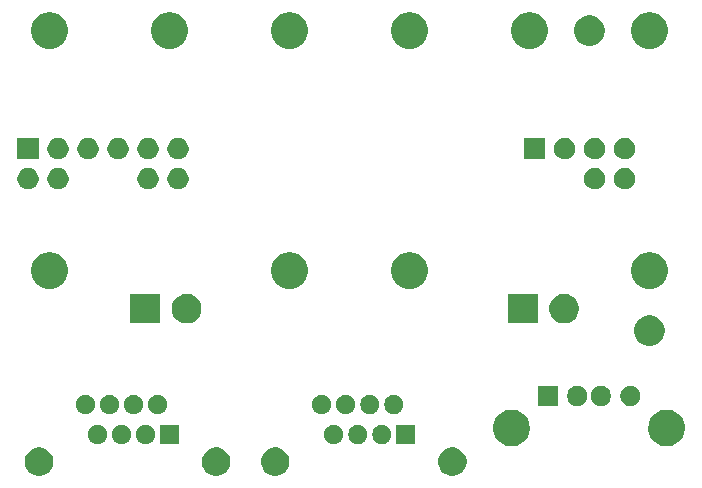
<source format=gbr>
G04 #@! TF.GenerationSoftware,KiCad,Pcbnew,5.1.5-52549c5~86~ubuntu18.04.1*
G04 #@! TF.CreationDate,2020-09-11T14:35:38-05:00*
G04 #@! TF.ProjectId,D01,4430312e-6b69-4636-9164-5f7063625858,rev?*
G04 #@! TF.SameCoordinates,Original*
G04 #@! TF.FileFunction,Soldermask,Top*
G04 #@! TF.FilePolarity,Negative*
%FSLAX46Y46*%
G04 Gerber Fmt 4.6, Leading zero omitted, Abs format (unit mm)*
G04 Created by KiCad (PCBNEW 5.1.5-52549c5~86~ubuntu18.04.1) date 2020-09-11 14:35:38*
%MOMM*%
%LPD*%
G04 APERTURE LIST*
%ADD10C,0.100000*%
G04 APERTURE END LIST*
D10*
G36*
X58280318Y-59145153D02*
G01*
X58498885Y-59235687D01*
X58498887Y-59235688D01*
X58695593Y-59367122D01*
X58862878Y-59534407D01*
X58994312Y-59731113D01*
X58994313Y-59731115D01*
X59084847Y-59949682D01*
X59131000Y-60181710D01*
X59131000Y-60418290D01*
X59084847Y-60650318D01*
X58994313Y-60868885D01*
X58994312Y-60868887D01*
X58862878Y-61065593D01*
X58695593Y-61232878D01*
X58498887Y-61364312D01*
X58498886Y-61364313D01*
X58498885Y-61364313D01*
X58280318Y-61454847D01*
X58048290Y-61501000D01*
X57811710Y-61501000D01*
X57579682Y-61454847D01*
X57361115Y-61364313D01*
X57361114Y-61364313D01*
X57361113Y-61364312D01*
X57164407Y-61232878D01*
X56997122Y-61065593D01*
X56865688Y-60868887D01*
X56865687Y-60868885D01*
X56775153Y-60650318D01*
X56729000Y-60418290D01*
X56729000Y-60181710D01*
X56775153Y-59949682D01*
X56865687Y-59731115D01*
X56865688Y-59731113D01*
X56997122Y-59534407D01*
X57164407Y-59367122D01*
X57361113Y-59235688D01*
X57361115Y-59235687D01*
X57579682Y-59145153D01*
X57811710Y-59099000D01*
X58048290Y-59099000D01*
X58280318Y-59145153D01*
G37*
G36*
X43280318Y-59145153D02*
G01*
X43498885Y-59235687D01*
X43498887Y-59235688D01*
X43695593Y-59367122D01*
X43862878Y-59534407D01*
X43994312Y-59731113D01*
X43994313Y-59731115D01*
X44084847Y-59949682D01*
X44131000Y-60181710D01*
X44131000Y-60418290D01*
X44084847Y-60650318D01*
X43994313Y-60868885D01*
X43994312Y-60868887D01*
X43862878Y-61065593D01*
X43695593Y-61232878D01*
X43498887Y-61364312D01*
X43498886Y-61364313D01*
X43498885Y-61364313D01*
X43280318Y-61454847D01*
X43048290Y-61501000D01*
X42811710Y-61501000D01*
X42579682Y-61454847D01*
X42361115Y-61364313D01*
X42361114Y-61364313D01*
X42361113Y-61364312D01*
X42164407Y-61232878D01*
X41997122Y-61065593D01*
X41865688Y-60868887D01*
X41865687Y-60868885D01*
X41775153Y-60650318D01*
X41729000Y-60418290D01*
X41729000Y-60181710D01*
X41775153Y-59949682D01*
X41865687Y-59731115D01*
X41865688Y-59731113D01*
X41997122Y-59534407D01*
X42164407Y-59367122D01*
X42361113Y-59235688D01*
X42361115Y-59235687D01*
X42579682Y-59145153D01*
X42811710Y-59099000D01*
X43048290Y-59099000D01*
X43280318Y-59145153D01*
G37*
G36*
X38280318Y-59145153D02*
G01*
X38498885Y-59235687D01*
X38498887Y-59235688D01*
X38695593Y-59367122D01*
X38862878Y-59534407D01*
X38994312Y-59731113D01*
X38994313Y-59731115D01*
X39084847Y-59949682D01*
X39131000Y-60181710D01*
X39131000Y-60418290D01*
X39084847Y-60650318D01*
X38994313Y-60868885D01*
X38994312Y-60868887D01*
X38862878Y-61065593D01*
X38695593Y-61232878D01*
X38498887Y-61364312D01*
X38498886Y-61364313D01*
X38498885Y-61364313D01*
X38280318Y-61454847D01*
X38048290Y-61501000D01*
X37811710Y-61501000D01*
X37579682Y-61454847D01*
X37361115Y-61364313D01*
X37361114Y-61364313D01*
X37361113Y-61364312D01*
X37164407Y-61232878D01*
X36997122Y-61065593D01*
X36865688Y-60868887D01*
X36865687Y-60868885D01*
X36775153Y-60650318D01*
X36729000Y-60418290D01*
X36729000Y-60181710D01*
X36775153Y-59949682D01*
X36865687Y-59731115D01*
X36865688Y-59731113D01*
X36997122Y-59534407D01*
X37164407Y-59367122D01*
X37361113Y-59235688D01*
X37361115Y-59235687D01*
X37579682Y-59145153D01*
X37811710Y-59099000D01*
X38048290Y-59099000D01*
X38280318Y-59145153D01*
G37*
G36*
X23280318Y-59145153D02*
G01*
X23498885Y-59235687D01*
X23498887Y-59235688D01*
X23695593Y-59367122D01*
X23862878Y-59534407D01*
X23994312Y-59731113D01*
X23994313Y-59731115D01*
X24084847Y-59949682D01*
X24131000Y-60181710D01*
X24131000Y-60418290D01*
X24084847Y-60650318D01*
X23994313Y-60868885D01*
X23994312Y-60868887D01*
X23862878Y-61065593D01*
X23695593Y-61232878D01*
X23498887Y-61364312D01*
X23498886Y-61364313D01*
X23498885Y-61364313D01*
X23280318Y-61454847D01*
X23048290Y-61501000D01*
X22811710Y-61501000D01*
X22579682Y-61454847D01*
X22361115Y-61364313D01*
X22361114Y-61364313D01*
X22361113Y-61364312D01*
X22164407Y-61232878D01*
X21997122Y-61065593D01*
X21865688Y-60868887D01*
X21865687Y-60868885D01*
X21775153Y-60650318D01*
X21729000Y-60418290D01*
X21729000Y-60181710D01*
X21775153Y-59949682D01*
X21865687Y-59731115D01*
X21865688Y-59731113D01*
X21997122Y-59534407D01*
X22164407Y-59367122D01*
X22361113Y-59235688D01*
X22361115Y-59235687D01*
X22579682Y-59145153D01*
X22811710Y-59099000D01*
X23048290Y-59099000D01*
X23280318Y-59145153D01*
G37*
G36*
X63232585Y-55925802D02*
G01*
X63382410Y-55955604D01*
X63664674Y-56072521D01*
X63918705Y-56242259D01*
X64134741Y-56458295D01*
X64304479Y-56712326D01*
X64421396Y-56994590D01*
X64421396Y-56994591D01*
X64460067Y-57189000D01*
X64481000Y-57294240D01*
X64481000Y-57599760D01*
X64421396Y-57899410D01*
X64304479Y-58181674D01*
X64134741Y-58435705D01*
X63918705Y-58651741D01*
X63664674Y-58821479D01*
X63382410Y-58938396D01*
X63232585Y-58968198D01*
X63082761Y-58998000D01*
X62777239Y-58998000D01*
X62627415Y-58968198D01*
X62477590Y-58938396D01*
X62195326Y-58821479D01*
X61941295Y-58651741D01*
X61725259Y-58435705D01*
X61555521Y-58181674D01*
X61438604Y-57899410D01*
X61379000Y-57599760D01*
X61379000Y-57294240D01*
X61399934Y-57189000D01*
X61438604Y-56994591D01*
X61438604Y-56994590D01*
X61555521Y-56712326D01*
X61725259Y-56458295D01*
X61941295Y-56242259D01*
X62195326Y-56072521D01*
X62477590Y-55955604D01*
X62627415Y-55925802D01*
X62777239Y-55896000D01*
X63082761Y-55896000D01*
X63232585Y-55925802D01*
G37*
G36*
X76372585Y-55925802D02*
G01*
X76522410Y-55955604D01*
X76804674Y-56072521D01*
X77058705Y-56242259D01*
X77274741Y-56458295D01*
X77444479Y-56712326D01*
X77561396Y-56994590D01*
X77561396Y-56994591D01*
X77600067Y-57189000D01*
X77621000Y-57294240D01*
X77621000Y-57599760D01*
X77561396Y-57899410D01*
X77444479Y-58181674D01*
X77274741Y-58435705D01*
X77058705Y-58651741D01*
X76804674Y-58821479D01*
X76522410Y-58938396D01*
X76372585Y-58968198D01*
X76222761Y-58998000D01*
X75917239Y-58998000D01*
X75767415Y-58968198D01*
X75617590Y-58938396D01*
X75335326Y-58821479D01*
X75081295Y-58651741D01*
X74865259Y-58435705D01*
X74695521Y-58181674D01*
X74578604Y-57899410D01*
X74519000Y-57599760D01*
X74519000Y-57294240D01*
X74539934Y-57189000D01*
X74578604Y-56994591D01*
X74578604Y-56994590D01*
X74695521Y-56712326D01*
X74865259Y-56458295D01*
X75081295Y-56242259D01*
X75335326Y-56072521D01*
X75617590Y-55955604D01*
X75767415Y-55925802D01*
X75917239Y-55896000D01*
X76222761Y-55896000D01*
X76372585Y-55925802D01*
G37*
G36*
X52196560Y-57220166D02*
G01*
X52344153Y-57281301D01*
X52476982Y-57370055D01*
X52589945Y-57483018D01*
X52667951Y-57599761D01*
X52678700Y-57615849D01*
X52739834Y-57763440D01*
X52771000Y-57920122D01*
X52771000Y-58079878D01*
X52739834Y-58236560D01*
X52678699Y-58384153D01*
X52589945Y-58516982D01*
X52476982Y-58629945D01*
X52344153Y-58718699D01*
X52344152Y-58718700D01*
X52344151Y-58718700D01*
X52196560Y-58779834D01*
X52039878Y-58811000D01*
X51880122Y-58811000D01*
X51723440Y-58779834D01*
X51575849Y-58718700D01*
X51575848Y-58718700D01*
X51575847Y-58718699D01*
X51443018Y-58629945D01*
X51330055Y-58516982D01*
X51241301Y-58384153D01*
X51180166Y-58236560D01*
X51149000Y-58079878D01*
X51149000Y-57920122D01*
X51180166Y-57763440D01*
X51241300Y-57615849D01*
X51252050Y-57599761D01*
X51330055Y-57483018D01*
X51443018Y-57370055D01*
X51575847Y-57281301D01*
X51723440Y-57220166D01*
X51880122Y-57189000D01*
X52039878Y-57189000D01*
X52196560Y-57220166D01*
G37*
G36*
X30156560Y-57220166D02*
G01*
X30304153Y-57281301D01*
X30436982Y-57370055D01*
X30549945Y-57483018D01*
X30627951Y-57599761D01*
X30638700Y-57615849D01*
X30699834Y-57763440D01*
X30731000Y-57920122D01*
X30731000Y-58079878D01*
X30699834Y-58236560D01*
X30638699Y-58384153D01*
X30549945Y-58516982D01*
X30436982Y-58629945D01*
X30304153Y-58718699D01*
X30304152Y-58718700D01*
X30304151Y-58718700D01*
X30156560Y-58779834D01*
X29999878Y-58811000D01*
X29840122Y-58811000D01*
X29683440Y-58779834D01*
X29535849Y-58718700D01*
X29535848Y-58718700D01*
X29535847Y-58718699D01*
X29403018Y-58629945D01*
X29290055Y-58516982D01*
X29201301Y-58384153D01*
X29140166Y-58236560D01*
X29109000Y-58079878D01*
X29109000Y-57920122D01*
X29140166Y-57763440D01*
X29201300Y-57615849D01*
X29212050Y-57599761D01*
X29290055Y-57483018D01*
X29403018Y-57370055D01*
X29535847Y-57281301D01*
X29683440Y-57220166D01*
X29840122Y-57189000D01*
X29999878Y-57189000D01*
X30156560Y-57220166D01*
G37*
G36*
X32196560Y-57220166D02*
G01*
X32344153Y-57281301D01*
X32476982Y-57370055D01*
X32589945Y-57483018D01*
X32667951Y-57599761D01*
X32678700Y-57615849D01*
X32739834Y-57763440D01*
X32771000Y-57920122D01*
X32771000Y-58079878D01*
X32739834Y-58236560D01*
X32678699Y-58384153D01*
X32589945Y-58516982D01*
X32476982Y-58629945D01*
X32344153Y-58718699D01*
X32344152Y-58718700D01*
X32344151Y-58718700D01*
X32196560Y-58779834D01*
X32039878Y-58811000D01*
X31880122Y-58811000D01*
X31723440Y-58779834D01*
X31575849Y-58718700D01*
X31575848Y-58718700D01*
X31575847Y-58718699D01*
X31443018Y-58629945D01*
X31330055Y-58516982D01*
X31241301Y-58384153D01*
X31180166Y-58236560D01*
X31149000Y-58079878D01*
X31149000Y-57920122D01*
X31180166Y-57763440D01*
X31241300Y-57615849D01*
X31252050Y-57599761D01*
X31330055Y-57483018D01*
X31443018Y-57370055D01*
X31575847Y-57281301D01*
X31723440Y-57220166D01*
X31880122Y-57189000D01*
X32039878Y-57189000D01*
X32196560Y-57220166D01*
G37*
G36*
X34811000Y-58811000D02*
G01*
X33189000Y-58811000D01*
X33189000Y-57189000D01*
X34811000Y-57189000D01*
X34811000Y-58811000D01*
G37*
G36*
X48116560Y-57220166D02*
G01*
X48264153Y-57281301D01*
X48396982Y-57370055D01*
X48509945Y-57483018D01*
X48587951Y-57599761D01*
X48598700Y-57615849D01*
X48659834Y-57763440D01*
X48691000Y-57920122D01*
X48691000Y-58079878D01*
X48659834Y-58236560D01*
X48598699Y-58384153D01*
X48509945Y-58516982D01*
X48396982Y-58629945D01*
X48264153Y-58718699D01*
X48264152Y-58718700D01*
X48264151Y-58718700D01*
X48116560Y-58779834D01*
X47959878Y-58811000D01*
X47800122Y-58811000D01*
X47643440Y-58779834D01*
X47495849Y-58718700D01*
X47495848Y-58718700D01*
X47495847Y-58718699D01*
X47363018Y-58629945D01*
X47250055Y-58516982D01*
X47161301Y-58384153D01*
X47100166Y-58236560D01*
X47069000Y-58079878D01*
X47069000Y-57920122D01*
X47100166Y-57763440D01*
X47161300Y-57615849D01*
X47172050Y-57599761D01*
X47250055Y-57483018D01*
X47363018Y-57370055D01*
X47495847Y-57281301D01*
X47643440Y-57220166D01*
X47800122Y-57189000D01*
X47959878Y-57189000D01*
X48116560Y-57220166D01*
G37*
G36*
X54811000Y-58811000D02*
G01*
X53189000Y-58811000D01*
X53189000Y-57189000D01*
X54811000Y-57189000D01*
X54811000Y-58811000D01*
G37*
G36*
X28116560Y-57220166D02*
G01*
X28264153Y-57281301D01*
X28396982Y-57370055D01*
X28509945Y-57483018D01*
X28587951Y-57599761D01*
X28598700Y-57615849D01*
X28659834Y-57763440D01*
X28691000Y-57920122D01*
X28691000Y-58079878D01*
X28659834Y-58236560D01*
X28598699Y-58384153D01*
X28509945Y-58516982D01*
X28396982Y-58629945D01*
X28264153Y-58718699D01*
X28264152Y-58718700D01*
X28264151Y-58718700D01*
X28116560Y-58779834D01*
X27959878Y-58811000D01*
X27800122Y-58811000D01*
X27643440Y-58779834D01*
X27495849Y-58718700D01*
X27495848Y-58718700D01*
X27495847Y-58718699D01*
X27363018Y-58629945D01*
X27250055Y-58516982D01*
X27161301Y-58384153D01*
X27100166Y-58236560D01*
X27069000Y-58079878D01*
X27069000Y-57920122D01*
X27100166Y-57763440D01*
X27161300Y-57615849D01*
X27172050Y-57599761D01*
X27250055Y-57483018D01*
X27363018Y-57370055D01*
X27495847Y-57281301D01*
X27643440Y-57220166D01*
X27800122Y-57189000D01*
X27959878Y-57189000D01*
X28116560Y-57220166D01*
G37*
G36*
X50156560Y-57220166D02*
G01*
X50304153Y-57281301D01*
X50436982Y-57370055D01*
X50549945Y-57483018D01*
X50627951Y-57599761D01*
X50638700Y-57615849D01*
X50699834Y-57763440D01*
X50731000Y-57920122D01*
X50731000Y-58079878D01*
X50699834Y-58236560D01*
X50638699Y-58384153D01*
X50549945Y-58516982D01*
X50436982Y-58629945D01*
X50304153Y-58718699D01*
X50304152Y-58718700D01*
X50304151Y-58718700D01*
X50156560Y-58779834D01*
X49999878Y-58811000D01*
X49840122Y-58811000D01*
X49683440Y-58779834D01*
X49535849Y-58718700D01*
X49535848Y-58718700D01*
X49535847Y-58718699D01*
X49403018Y-58629945D01*
X49290055Y-58516982D01*
X49201301Y-58384153D01*
X49140166Y-58236560D01*
X49109000Y-58079878D01*
X49109000Y-57920122D01*
X49140166Y-57763440D01*
X49201300Y-57615849D01*
X49212050Y-57599761D01*
X49290055Y-57483018D01*
X49403018Y-57370055D01*
X49535847Y-57281301D01*
X49683440Y-57220166D01*
X49840122Y-57189000D01*
X49999878Y-57189000D01*
X50156560Y-57220166D01*
G37*
G36*
X33080912Y-54653184D02*
G01*
X33216560Y-54680166D01*
X33364153Y-54741301D01*
X33483153Y-54820815D01*
X33496982Y-54830055D01*
X33609945Y-54943018D01*
X33698700Y-55075849D01*
X33759834Y-55223440D01*
X33791000Y-55380123D01*
X33791000Y-55539877D01*
X33759834Y-55696560D01*
X33698699Y-55844153D01*
X33609945Y-55976982D01*
X33496982Y-56089945D01*
X33364153Y-56178699D01*
X33364152Y-56178700D01*
X33364151Y-56178700D01*
X33216560Y-56239834D01*
X33059878Y-56271000D01*
X32900122Y-56271000D01*
X32743440Y-56239834D01*
X32595849Y-56178700D01*
X32595848Y-56178700D01*
X32595847Y-56178699D01*
X32463018Y-56089945D01*
X32350055Y-55976982D01*
X32261301Y-55844153D01*
X32200166Y-55696560D01*
X32169000Y-55539877D01*
X32169000Y-55380123D01*
X32200166Y-55223440D01*
X32261300Y-55075849D01*
X32350055Y-54943018D01*
X32463018Y-54830055D01*
X32476847Y-54820815D01*
X32595847Y-54741301D01*
X32743440Y-54680166D01*
X32879088Y-54653184D01*
X32900122Y-54649000D01*
X33059878Y-54649000D01*
X33080912Y-54653184D01*
G37*
G36*
X26960912Y-54653184D02*
G01*
X27096560Y-54680166D01*
X27244153Y-54741301D01*
X27363153Y-54820815D01*
X27376982Y-54830055D01*
X27489945Y-54943018D01*
X27578700Y-55075849D01*
X27639834Y-55223440D01*
X27671000Y-55380123D01*
X27671000Y-55539877D01*
X27639834Y-55696560D01*
X27578699Y-55844153D01*
X27489945Y-55976982D01*
X27376982Y-56089945D01*
X27244153Y-56178699D01*
X27244152Y-56178700D01*
X27244151Y-56178700D01*
X27096560Y-56239834D01*
X26939878Y-56271000D01*
X26780122Y-56271000D01*
X26623440Y-56239834D01*
X26475849Y-56178700D01*
X26475848Y-56178700D01*
X26475847Y-56178699D01*
X26343018Y-56089945D01*
X26230055Y-55976982D01*
X26141301Y-55844153D01*
X26080166Y-55696560D01*
X26049000Y-55539877D01*
X26049000Y-55380123D01*
X26080166Y-55223440D01*
X26141300Y-55075849D01*
X26230055Y-54943018D01*
X26343018Y-54830055D01*
X26356847Y-54820815D01*
X26475847Y-54741301D01*
X26623440Y-54680166D01*
X26759088Y-54653184D01*
X26780122Y-54649000D01*
X26939878Y-54649000D01*
X26960912Y-54653184D01*
G37*
G36*
X51040912Y-54653184D02*
G01*
X51176560Y-54680166D01*
X51324153Y-54741301D01*
X51443153Y-54820815D01*
X51456982Y-54830055D01*
X51569945Y-54943018D01*
X51658700Y-55075849D01*
X51719834Y-55223440D01*
X51751000Y-55380123D01*
X51751000Y-55539877D01*
X51719834Y-55696560D01*
X51658699Y-55844153D01*
X51569945Y-55976982D01*
X51456982Y-56089945D01*
X51324153Y-56178699D01*
X51324152Y-56178700D01*
X51324151Y-56178700D01*
X51176560Y-56239834D01*
X51019878Y-56271000D01*
X50860122Y-56271000D01*
X50703440Y-56239834D01*
X50555849Y-56178700D01*
X50555848Y-56178700D01*
X50555847Y-56178699D01*
X50423018Y-56089945D01*
X50310055Y-55976982D01*
X50221301Y-55844153D01*
X50160166Y-55696560D01*
X50129000Y-55539877D01*
X50129000Y-55380123D01*
X50160166Y-55223440D01*
X50221300Y-55075849D01*
X50310055Y-54943018D01*
X50423018Y-54830055D01*
X50436847Y-54820815D01*
X50555847Y-54741301D01*
X50703440Y-54680166D01*
X50839088Y-54653184D01*
X50860122Y-54649000D01*
X51019878Y-54649000D01*
X51040912Y-54653184D01*
G37*
G36*
X53080912Y-54653184D02*
G01*
X53216560Y-54680166D01*
X53364153Y-54741301D01*
X53483153Y-54820815D01*
X53496982Y-54830055D01*
X53609945Y-54943018D01*
X53698700Y-55075849D01*
X53759834Y-55223440D01*
X53791000Y-55380123D01*
X53791000Y-55539877D01*
X53759834Y-55696560D01*
X53698699Y-55844153D01*
X53609945Y-55976982D01*
X53496982Y-56089945D01*
X53364153Y-56178699D01*
X53364152Y-56178700D01*
X53364151Y-56178700D01*
X53216560Y-56239834D01*
X53059878Y-56271000D01*
X52900122Y-56271000D01*
X52743440Y-56239834D01*
X52595849Y-56178700D01*
X52595848Y-56178700D01*
X52595847Y-56178699D01*
X52463018Y-56089945D01*
X52350055Y-55976982D01*
X52261301Y-55844153D01*
X52200166Y-55696560D01*
X52169000Y-55539877D01*
X52169000Y-55380123D01*
X52200166Y-55223440D01*
X52261300Y-55075849D01*
X52350055Y-54943018D01*
X52463018Y-54830055D01*
X52476847Y-54820815D01*
X52595847Y-54741301D01*
X52743440Y-54680166D01*
X52879088Y-54653184D01*
X52900122Y-54649000D01*
X53059878Y-54649000D01*
X53080912Y-54653184D01*
G37*
G36*
X46960912Y-54653184D02*
G01*
X47096560Y-54680166D01*
X47244153Y-54741301D01*
X47363153Y-54820815D01*
X47376982Y-54830055D01*
X47489945Y-54943018D01*
X47578700Y-55075849D01*
X47639834Y-55223440D01*
X47671000Y-55380123D01*
X47671000Y-55539877D01*
X47639834Y-55696560D01*
X47578699Y-55844153D01*
X47489945Y-55976982D01*
X47376982Y-56089945D01*
X47244153Y-56178699D01*
X47244152Y-56178700D01*
X47244151Y-56178700D01*
X47096560Y-56239834D01*
X46939878Y-56271000D01*
X46780122Y-56271000D01*
X46623440Y-56239834D01*
X46475849Y-56178700D01*
X46475848Y-56178700D01*
X46475847Y-56178699D01*
X46343018Y-56089945D01*
X46230055Y-55976982D01*
X46141301Y-55844153D01*
X46080166Y-55696560D01*
X46049000Y-55539877D01*
X46049000Y-55380123D01*
X46080166Y-55223440D01*
X46141300Y-55075849D01*
X46230055Y-54943018D01*
X46343018Y-54830055D01*
X46356847Y-54820815D01*
X46475847Y-54741301D01*
X46623440Y-54680166D01*
X46759088Y-54653184D01*
X46780122Y-54649000D01*
X46939878Y-54649000D01*
X46960912Y-54653184D01*
G37*
G36*
X29000912Y-54653184D02*
G01*
X29136560Y-54680166D01*
X29284153Y-54741301D01*
X29403153Y-54820815D01*
X29416982Y-54830055D01*
X29529945Y-54943018D01*
X29618700Y-55075849D01*
X29679834Y-55223440D01*
X29711000Y-55380123D01*
X29711000Y-55539877D01*
X29679834Y-55696560D01*
X29618699Y-55844153D01*
X29529945Y-55976982D01*
X29416982Y-56089945D01*
X29284153Y-56178699D01*
X29284152Y-56178700D01*
X29284151Y-56178700D01*
X29136560Y-56239834D01*
X28979878Y-56271000D01*
X28820122Y-56271000D01*
X28663440Y-56239834D01*
X28515849Y-56178700D01*
X28515848Y-56178700D01*
X28515847Y-56178699D01*
X28383018Y-56089945D01*
X28270055Y-55976982D01*
X28181301Y-55844153D01*
X28120166Y-55696560D01*
X28089000Y-55539877D01*
X28089000Y-55380123D01*
X28120166Y-55223440D01*
X28181300Y-55075849D01*
X28270055Y-54943018D01*
X28383018Y-54830055D01*
X28396847Y-54820815D01*
X28515847Y-54741301D01*
X28663440Y-54680166D01*
X28799088Y-54653184D01*
X28820122Y-54649000D01*
X28979878Y-54649000D01*
X29000912Y-54653184D01*
G37*
G36*
X31040912Y-54653184D02*
G01*
X31176560Y-54680166D01*
X31324153Y-54741301D01*
X31443153Y-54820815D01*
X31456982Y-54830055D01*
X31569945Y-54943018D01*
X31658700Y-55075849D01*
X31719834Y-55223440D01*
X31751000Y-55380123D01*
X31751000Y-55539877D01*
X31719834Y-55696560D01*
X31658699Y-55844153D01*
X31569945Y-55976982D01*
X31456982Y-56089945D01*
X31324153Y-56178699D01*
X31324152Y-56178700D01*
X31324151Y-56178700D01*
X31176560Y-56239834D01*
X31019878Y-56271000D01*
X30860122Y-56271000D01*
X30703440Y-56239834D01*
X30555849Y-56178700D01*
X30555848Y-56178700D01*
X30555847Y-56178699D01*
X30423018Y-56089945D01*
X30310055Y-55976982D01*
X30221301Y-55844153D01*
X30160166Y-55696560D01*
X30129000Y-55539877D01*
X30129000Y-55380123D01*
X30160166Y-55223440D01*
X30221300Y-55075849D01*
X30310055Y-54943018D01*
X30423018Y-54830055D01*
X30436847Y-54820815D01*
X30555847Y-54741301D01*
X30703440Y-54680166D01*
X30839088Y-54653184D01*
X30860122Y-54649000D01*
X31019878Y-54649000D01*
X31040912Y-54653184D01*
G37*
G36*
X49000912Y-54653184D02*
G01*
X49136560Y-54680166D01*
X49284153Y-54741301D01*
X49403153Y-54820815D01*
X49416982Y-54830055D01*
X49529945Y-54943018D01*
X49618700Y-55075849D01*
X49679834Y-55223440D01*
X49711000Y-55380123D01*
X49711000Y-55539877D01*
X49679834Y-55696560D01*
X49618699Y-55844153D01*
X49529945Y-55976982D01*
X49416982Y-56089945D01*
X49284153Y-56178699D01*
X49284152Y-56178700D01*
X49284151Y-56178700D01*
X49136560Y-56239834D01*
X48979878Y-56271000D01*
X48820122Y-56271000D01*
X48663440Y-56239834D01*
X48515849Y-56178700D01*
X48515848Y-56178700D01*
X48515847Y-56178699D01*
X48383018Y-56089945D01*
X48270055Y-55976982D01*
X48181301Y-55844153D01*
X48120166Y-55696560D01*
X48089000Y-55539877D01*
X48089000Y-55380123D01*
X48120166Y-55223440D01*
X48181300Y-55075849D01*
X48270055Y-54943018D01*
X48383018Y-54830055D01*
X48396847Y-54820815D01*
X48515847Y-54741301D01*
X48663440Y-54680166D01*
X48799088Y-54653184D01*
X48820122Y-54649000D01*
X48979878Y-54649000D01*
X49000912Y-54653184D01*
G37*
G36*
X68748228Y-53918703D02*
G01*
X68903100Y-53982853D01*
X69042481Y-54075985D01*
X69161015Y-54194519D01*
X69254147Y-54333900D01*
X69318297Y-54488772D01*
X69351000Y-54653184D01*
X69351000Y-54820816D01*
X69318297Y-54985228D01*
X69254147Y-55140100D01*
X69161015Y-55279481D01*
X69042481Y-55398015D01*
X68903100Y-55491147D01*
X68748228Y-55555297D01*
X68583816Y-55588000D01*
X68416184Y-55588000D01*
X68251772Y-55555297D01*
X68096900Y-55491147D01*
X67957519Y-55398015D01*
X67838985Y-55279481D01*
X67745853Y-55140100D01*
X67681703Y-54985228D01*
X67649000Y-54820816D01*
X67649000Y-54653184D01*
X67681703Y-54488772D01*
X67745853Y-54333900D01*
X67838985Y-54194519D01*
X67957519Y-54075985D01*
X68096900Y-53982853D01*
X68251772Y-53918703D01*
X68416184Y-53886000D01*
X68583816Y-53886000D01*
X68748228Y-53918703D01*
G37*
G36*
X66851000Y-55588000D02*
G01*
X65149000Y-55588000D01*
X65149000Y-53886000D01*
X66851000Y-53886000D01*
X66851000Y-55588000D01*
G37*
G36*
X70748228Y-53918703D02*
G01*
X70903100Y-53982853D01*
X71042481Y-54075985D01*
X71161015Y-54194519D01*
X71254147Y-54333900D01*
X71318297Y-54488772D01*
X71351000Y-54653184D01*
X71351000Y-54820816D01*
X71318297Y-54985228D01*
X71254147Y-55140100D01*
X71161015Y-55279481D01*
X71042481Y-55398015D01*
X70903100Y-55491147D01*
X70748228Y-55555297D01*
X70583816Y-55588000D01*
X70416184Y-55588000D01*
X70251772Y-55555297D01*
X70096900Y-55491147D01*
X69957519Y-55398015D01*
X69838985Y-55279481D01*
X69745853Y-55140100D01*
X69681703Y-54985228D01*
X69649000Y-54820816D01*
X69649000Y-54653184D01*
X69681703Y-54488772D01*
X69745853Y-54333900D01*
X69838985Y-54194519D01*
X69957519Y-54075985D01*
X70096900Y-53982853D01*
X70251772Y-53918703D01*
X70416184Y-53886000D01*
X70583816Y-53886000D01*
X70748228Y-53918703D01*
G37*
G36*
X73248228Y-53918703D02*
G01*
X73403100Y-53982853D01*
X73542481Y-54075985D01*
X73661015Y-54194519D01*
X73754147Y-54333900D01*
X73818297Y-54488772D01*
X73851000Y-54653184D01*
X73851000Y-54820816D01*
X73818297Y-54985228D01*
X73754147Y-55140100D01*
X73661015Y-55279481D01*
X73542481Y-55398015D01*
X73403100Y-55491147D01*
X73248228Y-55555297D01*
X73083816Y-55588000D01*
X72916184Y-55588000D01*
X72751772Y-55555297D01*
X72596900Y-55491147D01*
X72457519Y-55398015D01*
X72338985Y-55279481D01*
X72245853Y-55140100D01*
X72181703Y-54985228D01*
X72149000Y-54820816D01*
X72149000Y-54653184D01*
X72181703Y-54488772D01*
X72245853Y-54333900D01*
X72338985Y-54194519D01*
X72457519Y-54075985D01*
X72596900Y-53982853D01*
X72751772Y-53918703D01*
X72916184Y-53886000D01*
X73083816Y-53886000D01*
X73248228Y-53918703D01*
G37*
G36*
X74989393Y-47959304D02*
G01*
X75226101Y-48057352D01*
X75226103Y-48057353D01*
X75439135Y-48199696D01*
X75620304Y-48380865D01*
X75669319Y-48454222D01*
X75762648Y-48593899D01*
X75860696Y-48830607D01*
X75910680Y-49081893D01*
X75910680Y-49338107D01*
X75860696Y-49589393D01*
X75762648Y-49826101D01*
X75762647Y-49826103D01*
X75620304Y-50039135D01*
X75439135Y-50220304D01*
X75226103Y-50362647D01*
X75226102Y-50362648D01*
X75226101Y-50362648D01*
X74989393Y-50460696D01*
X74738107Y-50510680D01*
X74481893Y-50510680D01*
X74230607Y-50460696D01*
X73993899Y-50362648D01*
X73993898Y-50362648D01*
X73993897Y-50362647D01*
X73780865Y-50220304D01*
X73599696Y-50039135D01*
X73457353Y-49826103D01*
X73457352Y-49826101D01*
X73359304Y-49589393D01*
X73309320Y-49338107D01*
X73309320Y-49081893D01*
X73359304Y-48830607D01*
X73457352Y-48593899D01*
X73550681Y-48454222D01*
X73599696Y-48380865D01*
X73780865Y-48199696D01*
X73993897Y-48057353D01*
X73993899Y-48057352D01*
X74230607Y-47959304D01*
X74481893Y-47909320D01*
X74738107Y-47909320D01*
X74989393Y-47959304D01*
G37*
G36*
X67771303Y-46142675D02*
G01*
X67998971Y-46236978D01*
X68203866Y-46373885D01*
X68378115Y-46548134D01*
X68378116Y-46548136D01*
X68515023Y-46753031D01*
X68609325Y-46980697D01*
X68657400Y-47222386D01*
X68657400Y-47468814D01*
X68609325Y-47710503D01*
X68526973Y-47909320D01*
X68515022Y-47938171D01*
X68378115Y-48143066D01*
X68203866Y-48317315D01*
X67998971Y-48454222D01*
X67998970Y-48454223D01*
X67998969Y-48454223D01*
X67771303Y-48548525D01*
X67529614Y-48596600D01*
X67283186Y-48596600D01*
X67041497Y-48548525D01*
X66813831Y-48454223D01*
X66813830Y-48454223D01*
X66813829Y-48454222D01*
X66608934Y-48317315D01*
X66434685Y-48143066D01*
X66297778Y-47938171D01*
X66285828Y-47909320D01*
X66203475Y-47710503D01*
X66155400Y-47468814D01*
X66155400Y-47222386D01*
X66203475Y-46980697D01*
X66297777Y-46753031D01*
X66434684Y-46548136D01*
X66434685Y-46548134D01*
X66608934Y-46373885D01*
X66813829Y-46236978D01*
X67041497Y-46142675D01*
X67283186Y-46094600D01*
X67529614Y-46094600D01*
X67771303Y-46142675D01*
G37*
G36*
X65157400Y-48596600D02*
G01*
X62655400Y-48596600D01*
X62655400Y-46094600D01*
X65157400Y-46094600D01*
X65157400Y-48596600D01*
G37*
G36*
X33178800Y-48596600D02*
G01*
X30676800Y-48596600D01*
X30676800Y-46094600D01*
X33178800Y-46094600D01*
X33178800Y-48596600D01*
G37*
G36*
X35792703Y-46142675D02*
G01*
X36020371Y-46236978D01*
X36225266Y-46373885D01*
X36399515Y-46548134D01*
X36399516Y-46548136D01*
X36536423Y-46753031D01*
X36630725Y-46980697D01*
X36678800Y-47222386D01*
X36678800Y-47468814D01*
X36630725Y-47710503D01*
X36548373Y-47909320D01*
X36536422Y-47938171D01*
X36399515Y-48143066D01*
X36225266Y-48317315D01*
X36020371Y-48454222D01*
X36020370Y-48454223D01*
X36020369Y-48454223D01*
X35792703Y-48548525D01*
X35551014Y-48596600D01*
X35304586Y-48596600D01*
X35062897Y-48548525D01*
X34835231Y-48454223D01*
X34835230Y-48454223D01*
X34835229Y-48454222D01*
X34630334Y-48317315D01*
X34456085Y-48143066D01*
X34319178Y-47938171D01*
X34307228Y-47909320D01*
X34224875Y-47710503D01*
X34176800Y-47468814D01*
X34176800Y-47222386D01*
X34224875Y-46980697D01*
X34319177Y-46753031D01*
X34456084Y-46548136D01*
X34456085Y-46548134D01*
X34630334Y-46373885D01*
X34835229Y-46236978D01*
X35062897Y-46142675D01*
X35304586Y-46094600D01*
X35551014Y-46094600D01*
X35792703Y-46142675D01*
G37*
G36*
X74912585Y-42608802D02*
G01*
X75062410Y-42638604D01*
X75344674Y-42755521D01*
X75598705Y-42925259D01*
X75814741Y-43141295D01*
X75984479Y-43395326D01*
X76101396Y-43677590D01*
X76161000Y-43977240D01*
X76161000Y-44282760D01*
X76101396Y-44582410D01*
X75984479Y-44864674D01*
X75814741Y-45118705D01*
X75598705Y-45334741D01*
X75344674Y-45504479D01*
X75062410Y-45621396D01*
X74912585Y-45651198D01*
X74762761Y-45681000D01*
X74457239Y-45681000D01*
X74307415Y-45651198D01*
X74157590Y-45621396D01*
X73875326Y-45504479D01*
X73621295Y-45334741D01*
X73405259Y-45118705D01*
X73235521Y-44864674D01*
X73118604Y-44582410D01*
X73059000Y-44282760D01*
X73059000Y-43977240D01*
X73118604Y-43677590D01*
X73235521Y-43395326D01*
X73405259Y-43141295D01*
X73621295Y-42925259D01*
X73875326Y-42755521D01*
X74157590Y-42638604D01*
X74307415Y-42608802D01*
X74457239Y-42579000D01*
X74762761Y-42579000D01*
X74912585Y-42608802D01*
G37*
G36*
X54592585Y-42608802D02*
G01*
X54742410Y-42638604D01*
X55024674Y-42755521D01*
X55278705Y-42925259D01*
X55494741Y-43141295D01*
X55664479Y-43395326D01*
X55781396Y-43677590D01*
X55841000Y-43977240D01*
X55841000Y-44282760D01*
X55781396Y-44582410D01*
X55664479Y-44864674D01*
X55494741Y-45118705D01*
X55278705Y-45334741D01*
X55024674Y-45504479D01*
X54742410Y-45621396D01*
X54592585Y-45651198D01*
X54442761Y-45681000D01*
X54137239Y-45681000D01*
X53987415Y-45651198D01*
X53837590Y-45621396D01*
X53555326Y-45504479D01*
X53301295Y-45334741D01*
X53085259Y-45118705D01*
X52915521Y-44864674D01*
X52798604Y-44582410D01*
X52739000Y-44282760D01*
X52739000Y-43977240D01*
X52798604Y-43677590D01*
X52915521Y-43395326D01*
X53085259Y-43141295D01*
X53301295Y-42925259D01*
X53555326Y-42755521D01*
X53837590Y-42638604D01*
X53987415Y-42608802D01*
X54137239Y-42579000D01*
X54442761Y-42579000D01*
X54592585Y-42608802D01*
G37*
G36*
X44432585Y-42608802D02*
G01*
X44582410Y-42638604D01*
X44864674Y-42755521D01*
X45118705Y-42925259D01*
X45334741Y-43141295D01*
X45504479Y-43395326D01*
X45621396Y-43677590D01*
X45681000Y-43977240D01*
X45681000Y-44282760D01*
X45621396Y-44582410D01*
X45504479Y-44864674D01*
X45334741Y-45118705D01*
X45118705Y-45334741D01*
X44864674Y-45504479D01*
X44582410Y-45621396D01*
X44432585Y-45651198D01*
X44282761Y-45681000D01*
X43977239Y-45681000D01*
X43827415Y-45651198D01*
X43677590Y-45621396D01*
X43395326Y-45504479D01*
X43141295Y-45334741D01*
X42925259Y-45118705D01*
X42755521Y-44864674D01*
X42638604Y-44582410D01*
X42579000Y-44282760D01*
X42579000Y-43977240D01*
X42638604Y-43677590D01*
X42755521Y-43395326D01*
X42925259Y-43141295D01*
X43141295Y-42925259D01*
X43395326Y-42755521D01*
X43677590Y-42638604D01*
X43827415Y-42608802D01*
X43977239Y-42579000D01*
X44282761Y-42579000D01*
X44432585Y-42608802D01*
G37*
G36*
X24112585Y-42608802D02*
G01*
X24262410Y-42638604D01*
X24544674Y-42755521D01*
X24798705Y-42925259D01*
X25014741Y-43141295D01*
X25184479Y-43395326D01*
X25301396Y-43677590D01*
X25361000Y-43977240D01*
X25361000Y-44282760D01*
X25301396Y-44582410D01*
X25184479Y-44864674D01*
X25014741Y-45118705D01*
X24798705Y-45334741D01*
X24544674Y-45504479D01*
X24262410Y-45621396D01*
X24112585Y-45651198D01*
X23962761Y-45681000D01*
X23657239Y-45681000D01*
X23507415Y-45651198D01*
X23357590Y-45621396D01*
X23075326Y-45504479D01*
X22821295Y-45334741D01*
X22605259Y-45118705D01*
X22435521Y-44864674D01*
X22318604Y-44582410D01*
X22259000Y-44282760D01*
X22259000Y-43977240D01*
X22318604Y-43677590D01*
X22435521Y-43395326D01*
X22605259Y-43141295D01*
X22821295Y-42925259D01*
X23075326Y-42755521D01*
X23357590Y-42638604D01*
X23507415Y-42608802D01*
X23657239Y-42579000D01*
X23962761Y-42579000D01*
X24112585Y-42608802D01*
G37*
G36*
X34813512Y-35453927D02*
G01*
X34962812Y-35483624D01*
X35126784Y-35551544D01*
X35274354Y-35650147D01*
X35399853Y-35775646D01*
X35498456Y-35923216D01*
X35566376Y-36087188D01*
X35601000Y-36261259D01*
X35601000Y-36438741D01*
X35566376Y-36612812D01*
X35498456Y-36776784D01*
X35399853Y-36924354D01*
X35274354Y-37049853D01*
X35126784Y-37148456D01*
X34962812Y-37216376D01*
X34813512Y-37246073D01*
X34788742Y-37251000D01*
X34611258Y-37251000D01*
X34586488Y-37246073D01*
X34437188Y-37216376D01*
X34273216Y-37148456D01*
X34125646Y-37049853D01*
X34000147Y-36924354D01*
X33901544Y-36776784D01*
X33833624Y-36612812D01*
X33799000Y-36438741D01*
X33799000Y-36261259D01*
X33833624Y-36087188D01*
X33901544Y-35923216D01*
X34000147Y-35775646D01*
X34125646Y-35650147D01*
X34273216Y-35551544D01*
X34437188Y-35483624D01*
X34586488Y-35453927D01*
X34611258Y-35449000D01*
X34788742Y-35449000D01*
X34813512Y-35453927D01*
G37*
G36*
X22113512Y-35453927D02*
G01*
X22262812Y-35483624D01*
X22426784Y-35551544D01*
X22574354Y-35650147D01*
X22699853Y-35775646D01*
X22798456Y-35923216D01*
X22866376Y-36087188D01*
X22901000Y-36261259D01*
X22901000Y-36438741D01*
X22866376Y-36612812D01*
X22798456Y-36776784D01*
X22699853Y-36924354D01*
X22574354Y-37049853D01*
X22426784Y-37148456D01*
X22262812Y-37216376D01*
X22113512Y-37246073D01*
X22088742Y-37251000D01*
X21911258Y-37251000D01*
X21886488Y-37246073D01*
X21737188Y-37216376D01*
X21573216Y-37148456D01*
X21425646Y-37049853D01*
X21300147Y-36924354D01*
X21201544Y-36776784D01*
X21133624Y-36612812D01*
X21099000Y-36438741D01*
X21099000Y-36261259D01*
X21133624Y-36087188D01*
X21201544Y-35923216D01*
X21300147Y-35775646D01*
X21425646Y-35650147D01*
X21573216Y-35551544D01*
X21737188Y-35483624D01*
X21886488Y-35453927D01*
X21911258Y-35449000D01*
X22088742Y-35449000D01*
X22113512Y-35453927D01*
G37*
G36*
X24653512Y-35453927D02*
G01*
X24802812Y-35483624D01*
X24966784Y-35551544D01*
X25114354Y-35650147D01*
X25239853Y-35775646D01*
X25338456Y-35923216D01*
X25406376Y-36087188D01*
X25441000Y-36261259D01*
X25441000Y-36438741D01*
X25406376Y-36612812D01*
X25338456Y-36776784D01*
X25239853Y-36924354D01*
X25114354Y-37049853D01*
X24966784Y-37148456D01*
X24802812Y-37216376D01*
X24653512Y-37246073D01*
X24628742Y-37251000D01*
X24451258Y-37251000D01*
X24426488Y-37246073D01*
X24277188Y-37216376D01*
X24113216Y-37148456D01*
X23965646Y-37049853D01*
X23840147Y-36924354D01*
X23741544Y-36776784D01*
X23673624Y-36612812D01*
X23639000Y-36438741D01*
X23639000Y-36261259D01*
X23673624Y-36087188D01*
X23741544Y-35923216D01*
X23840147Y-35775646D01*
X23965646Y-35650147D01*
X24113216Y-35551544D01*
X24277188Y-35483624D01*
X24426488Y-35453927D01*
X24451258Y-35449000D01*
X24628742Y-35449000D01*
X24653512Y-35453927D01*
G37*
G36*
X32273512Y-35453927D02*
G01*
X32422812Y-35483624D01*
X32586784Y-35551544D01*
X32734354Y-35650147D01*
X32859853Y-35775646D01*
X32958456Y-35923216D01*
X33026376Y-36087188D01*
X33061000Y-36261259D01*
X33061000Y-36438741D01*
X33026376Y-36612812D01*
X32958456Y-36776784D01*
X32859853Y-36924354D01*
X32734354Y-37049853D01*
X32586784Y-37148456D01*
X32422812Y-37216376D01*
X32273512Y-37246073D01*
X32248742Y-37251000D01*
X32071258Y-37251000D01*
X32046488Y-37246073D01*
X31897188Y-37216376D01*
X31733216Y-37148456D01*
X31585646Y-37049853D01*
X31460147Y-36924354D01*
X31361544Y-36776784D01*
X31293624Y-36612812D01*
X31259000Y-36438741D01*
X31259000Y-36261259D01*
X31293624Y-36087188D01*
X31361544Y-35923216D01*
X31460147Y-35775646D01*
X31585646Y-35650147D01*
X31733216Y-35551544D01*
X31897188Y-35483624D01*
X32046488Y-35453927D01*
X32071258Y-35449000D01*
X32248742Y-35449000D01*
X32273512Y-35453927D01*
G37*
G36*
X70093512Y-35453927D02*
G01*
X70242812Y-35483624D01*
X70406784Y-35551544D01*
X70554354Y-35650147D01*
X70679853Y-35775646D01*
X70778456Y-35923216D01*
X70846376Y-36087188D01*
X70881000Y-36261259D01*
X70881000Y-36438741D01*
X70846376Y-36612812D01*
X70778456Y-36776784D01*
X70679853Y-36924354D01*
X70554354Y-37049853D01*
X70406784Y-37148456D01*
X70242812Y-37216376D01*
X70093512Y-37246073D01*
X70068742Y-37251000D01*
X69891258Y-37251000D01*
X69866488Y-37246073D01*
X69717188Y-37216376D01*
X69553216Y-37148456D01*
X69405646Y-37049853D01*
X69280147Y-36924354D01*
X69181544Y-36776784D01*
X69113624Y-36612812D01*
X69079000Y-36438741D01*
X69079000Y-36261259D01*
X69113624Y-36087188D01*
X69181544Y-35923216D01*
X69280147Y-35775646D01*
X69405646Y-35650147D01*
X69553216Y-35551544D01*
X69717188Y-35483624D01*
X69866488Y-35453927D01*
X69891258Y-35449000D01*
X70068742Y-35449000D01*
X70093512Y-35453927D01*
G37*
G36*
X72633512Y-35453927D02*
G01*
X72782812Y-35483624D01*
X72946784Y-35551544D01*
X73094354Y-35650147D01*
X73219853Y-35775646D01*
X73318456Y-35923216D01*
X73386376Y-36087188D01*
X73421000Y-36261259D01*
X73421000Y-36438741D01*
X73386376Y-36612812D01*
X73318456Y-36776784D01*
X73219853Y-36924354D01*
X73094354Y-37049853D01*
X72946784Y-37148456D01*
X72782812Y-37216376D01*
X72633512Y-37246073D01*
X72608742Y-37251000D01*
X72431258Y-37251000D01*
X72406488Y-37246073D01*
X72257188Y-37216376D01*
X72093216Y-37148456D01*
X71945646Y-37049853D01*
X71820147Y-36924354D01*
X71721544Y-36776784D01*
X71653624Y-36612812D01*
X71619000Y-36438741D01*
X71619000Y-36261259D01*
X71653624Y-36087188D01*
X71721544Y-35923216D01*
X71820147Y-35775646D01*
X71945646Y-35650147D01*
X72093216Y-35551544D01*
X72257188Y-35483624D01*
X72406488Y-35453927D01*
X72431258Y-35449000D01*
X72608742Y-35449000D01*
X72633512Y-35453927D01*
G37*
G36*
X67553512Y-32913927D02*
G01*
X67702812Y-32943624D01*
X67866784Y-33011544D01*
X68014354Y-33110147D01*
X68139853Y-33235646D01*
X68238456Y-33383216D01*
X68306376Y-33547188D01*
X68341000Y-33721259D01*
X68341000Y-33898741D01*
X68306376Y-34072812D01*
X68238456Y-34236784D01*
X68139853Y-34384354D01*
X68014354Y-34509853D01*
X67866784Y-34608456D01*
X67702812Y-34676376D01*
X67553512Y-34706073D01*
X67528742Y-34711000D01*
X67351258Y-34711000D01*
X67326488Y-34706073D01*
X67177188Y-34676376D01*
X67013216Y-34608456D01*
X66865646Y-34509853D01*
X66740147Y-34384354D01*
X66641544Y-34236784D01*
X66573624Y-34072812D01*
X66539000Y-33898741D01*
X66539000Y-33721259D01*
X66573624Y-33547188D01*
X66641544Y-33383216D01*
X66740147Y-33235646D01*
X66865646Y-33110147D01*
X67013216Y-33011544D01*
X67177188Y-32943624D01*
X67326488Y-32913927D01*
X67351258Y-32909000D01*
X67528742Y-32909000D01*
X67553512Y-32913927D01*
G37*
G36*
X22901000Y-34711000D02*
G01*
X21099000Y-34711000D01*
X21099000Y-32909000D01*
X22901000Y-32909000D01*
X22901000Y-34711000D01*
G37*
G36*
X24653512Y-32913927D02*
G01*
X24802812Y-32943624D01*
X24966784Y-33011544D01*
X25114354Y-33110147D01*
X25239853Y-33235646D01*
X25338456Y-33383216D01*
X25406376Y-33547188D01*
X25441000Y-33721259D01*
X25441000Y-33898741D01*
X25406376Y-34072812D01*
X25338456Y-34236784D01*
X25239853Y-34384354D01*
X25114354Y-34509853D01*
X24966784Y-34608456D01*
X24802812Y-34676376D01*
X24653512Y-34706073D01*
X24628742Y-34711000D01*
X24451258Y-34711000D01*
X24426488Y-34706073D01*
X24277188Y-34676376D01*
X24113216Y-34608456D01*
X23965646Y-34509853D01*
X23840147Y-34384354D01*
X23741544Y-34236784D01*
X23673624Y-34072812D01*
X23639000Y-33898741D01*
X23639000Y-33721259D01*
X23673624Y-33547188D01*
X23741544Y-33383216D01*
X23840147Y-33235646D01*
X23965646Y-33110147D01*
X24113216Y-33011544D01*
X24277188Y-32943624D01*
X24426488Y-32913927D01*
X24451258Y-32909000D01*
X24628742Y-32909000D01*
X24653512Y-32913927D01*
G37*
G36*
X27193512Y-32913927D02*
G01*
X27342812Y-32943624D01*
X27506784Y-33011544D01*
X27654354Y-33110147D01*
X27779853Y-33235646D01*
X27878456Y-33383216D01*
X27946376Y-33547188D01*
X27981000Y-33721259D01*
X27981000Y-33898741D01*
X27946376Y-34072812D01*
X27878456Y-34236784D01*
X27779853Y-34384354D01*
X27654354Y-34509853D01*
X27506784Y-34608456D01*
X27342812Y-34676376D01*
X27193512Y-34706073D01*
X27168742Y-34711000D01*
X26991258Y-34711000D01*
X26966488Y-34706073D01*
X26817188Y-34676376D01*
X26653216Y-34608456D01*
X26505646Y-34509853D01*
X26380147Y-34384354D01*
X26281544Y-34236784D01*
X26213624Y-34072812D01*
X26179000Y-33898741D01*
X26179000Y-33721259D01*
X26213624Y-33547188D01*
X26281544Y-33383216D01*
X26380147Y-33235646D01*
X26505646Y-33110147D01*
X26653216Y-33011544D01*
X26817188Y-32943624D01*
X26966488Y-32913927D01*
X26991258Y-32909000D01*
X27168742Y-32909000D01*
X27193512Y-32913927D01*
G37*
G36*
X29733512Y-32913927D02*
G01*
X29882812Y-32943624D01*
X30046784Y-33011544D01*
X30194354Y-33110147D01*
X30319853Y-33235646D01*
X30418456Y-33383216D01*
X30486376Y-33547188D01*
X30521000Y-33721259D01*
X30521000Y-33898741D01*
X30486376Y-34072812D01*
X30418456Y-34236784D01*
X30319853Y-34384354D01*
X30194354Y-34509853D01*
X30046784Y-34608456D01*
X29882812Y-34676376D01*
X29733512Y-34706073D01*
X29708742Y-34711000D01*
X29531258Y-34711000D01*
X29506488Y-34706073D01*
X29357188Y-34676376D01*
X29193216Y-34608456D01*
X29045646Y-34509853D01*
X28920147Y-34384354D01*
X28821544Y-34236784D01*
X28753624Y-34072812D01*
X28719000Y-33898741D01*
X28719000Y-33721259D01*
X28753624Y-33547188D01*
X28821544Y-33383216D01*
X28920147Y-33235646D01*
X29045646Y-33110147D01*
X29193216Y-33011544D01*
X29357188Y-32943624D01*
X29506488Y-32913927D01*
X29531258Y-32909000D01*
X29708742Y-32909000D01*
X29733512Y-32913927D01*
G37*
G36*
X32273512Y-32913927D02*
G01*
X32422812Y-32943624D01*
X32586784Y-33011544D01*
X32734354Y-33110147D01*
X32859853Y-33235646D01*
X32958456Y-33383216D01*
X33026376Y-33547188D01*
X33061000Y-33721259D01*
X33061000Y-33898741D01*
X33026376Y-34072812D01*
X32958456Y-34236784D01*
X32859853Y-34384354D01*
X32734354Y-34509853D01*
X32586784Y-34608456D01*
X32422812Y-34676376D01*
X32273512Y-34706073D01*
X32248742Y-34711000D01*
X32071258Y-34711000D01*
X32046488Y-34706073D01*
X31897188Y-34676376D01*
X31733216Y-34608456D01*
X31585646Y-34509853D01*
X31460147Y-34384354D01*
X31361544Y-34236784D01*
X31293624Y-34072812D01*
X31259000Y-33898741D01*
X31259000Y-33721259D01*
X31293624Y-33547188D01*
X31361544Y-33383216D01*
X31460147Y-33235646D01*
X31585646Y-33110147D01*
X31733216Y-33011544D01*
X31897188Y-32943624D01*
X32046488Y-32913927D01*
X32071258Y-32909000D01*
X32248742Y-32909000D01*
X32273512Y-32913927D01*
G37*
G36*
X34813512Y-32913927D02*
G01*
X34962812Y-32943624D01*
X35126784Y-33011544D01*
X35274354Y-33110147D01*
X35399853Y-33235646D01*
X35498456Y-33383216D01*
X35566376Y-33547188D01*
X35601000Y-33721259D01*
X35601000Y-33898741D01*
X35566376Y-34072812D01*
X35498456Y-34236784D01*
X35399853Y-34384354D01*
X35274354Y-34509853D01*
X35126784Y-34608456D01*
X34962812Y-34676376D01*
X34813512Y-34706073D01*
X34788742Y-34711000D01*
X34611258Y-34711000D01*
X34586488Y-34706073D01*
X34437188Y-34676376D01*
X34273216Y-34608456D01*
X34125646Y-34509853D01*
X34000147Y-34384354D01*
X33901544Y-34236784D01*
X33833624Y-34072812D01*
X33799000Y-33898741D01*
X33799000Y-33721259D01*
X33833624Y-33547188D01*
X33901544Y-33383216D01*
X34000147Y-33235646D01*
X34125646Y-33110147D01*
X34273216Y-33011544D01*
X34437188Y-32943624D01*
X34586488Y-32913927D01*
X34611258Y-32909000D01*
X34788742Y-32909000D01*
X34813512Y-32913927D01*
G37*
G36*
X65801000Y-34711000D02*
G01*
X63999000Y-34711000D01*
X63999000Y-32909000D01*
X65801000Y-32909000D01*
X65801000Y-34711000D01*
G37*
G36*
X70093512Y-32913927D02*
G01*
X70242812Y-32943624D01*
X70406784Y-33011544D01*
X70554354Y-33110147D01*
X70679853Y-33235646D01*
X70778456Y-33383216D01*
X70846376Y-33547188D01*
X70881000Y-33721259D01*
X70881000Y-33898741D01*
X70846376Y-34072812D01*
X70778456Y-34236784D01*
X70679853Y-34384354D01*
X70554354Y-34509853D01*
X70406784Y-34608456D01*
X70242812Y-34676376D01*
X70093512Y-34706073D01*
X70068742Y-34711000D01*
X69891258Y-34711000D01*
X69866488Y-34706073D01*
X69717188Y-34676376D01*
X69553216Y-34608456D01*
X69405646Y-34509853D01*
X69280147Y-34384354D01*
X69181544Y-34236784D01*
X69113624Y-34072812D01*
X69079000Y-33898741D01*
X69079000Y-33721259D01*
X69113624Y-33547188D01*
X69181544Y-33383216D01*
X69280147Y-33235646D01*
X69405646Y-33110147D01*
X69553216Y-33011544D01*
X69717188Y-32943624D01*
X69866488Y-32913927D01*
X69891258Y-32909000D01*
X70068742Y-32909000D01*
X70093512Y-32913927D01*
G37*
G36*
X72633512Y-32913927D02*
G01*
X72782812Y-32943624D01*
X72946784Y-33011544D01*
X73094354Y-33110147D01*
X73219853Y-33235646D01*
X73318456Y-33383216D01*
X73386376Y-33547188D01*
X73421000Y-33721259D01*
X73421000Y-33898741D01*
X73386376Y-34072812D01*
X73318456Y-34236784D01*
X73219853Y-34384354D01*
X73094354Y-34509853D01*
X72946784Y-34608456D01*
X72782812Y-34676376D01*
X72633512Y-34706073D01*
X72608742Y-34711000D01*
X72431258Y-34711000D01*
X72406488Y-34706073D01*
X72257188Y-34676376D01*
X72093216Y-34608456D01*
X71945646Y-34509853D01*
X71820147Y-34384354D01*
X71721544Y-34236784D01*
X71653624Y-34072812D01*
X71619000Y-33898741D01*
X71619000Y-33721259D01*
X71653624Y-33547188D01*
X71721544Y-33383216D01*
X71820147Y-33235646D01*
X71945646Y-33110147D01*
X72093216Y-33011544D01*
X72257188Y-32943624D01*
X72406488Y-32913927D01*
X72431258Y-32909000D01*
X72608742Y-32909000D01*
X72633512Y-32913927D01*
G37*
G36*
X24112585Y-22288802D02*
G01*
X24262410Y-22318604D01*
X24544674Y-22435521D01*
X24798705Y-22605259D01*
X25014741Y-22821295D01*
X25184479Y-23075326D01*
X25301396Y-23357590D01*
X25361000Y-23657240D01*
X25361000Y-23962760D01*
X25301396Y-24262410D01*
X25184479Y-24544674D01*
X25014741Y-24798705D01*
X24798705Y-25014741D01*
X24544674Y-25184479D01*
X24262410Y-25301396D01*
X24112585Y-25331198D01*
X23962761Y-25361000D01*
X23657239Y-25361000D01*
X23507415Y-25331198D01*
X23357590Y-25301396D01*
X23075326Y-25184479D01*
X22821295Y-25014741D01*
X22605259Y-24798705D01*
X22435521Y-24544674D01*
X22318604Y-24262410D01*
X22259000Y-23962760D01*
X22259000Y-23657240D01*
X22318604Y-23357590D01*
X22435521Y-23075326D01*
X22605259Y-22821295D01*
X22821295Y-22605259D01*
X23075326Y-22435521D01*
X23357590Y-22318604D01*
X23507415Y-22288802D01*
X23657239Y-22259000D01*
X23962761Y-22259000D01*
X24112585Y-22288802D01*
G37*
G36*
X74912585Y-22288802D02*
G01*
X75062410Y-22318604D01*
X75344674Y-22435521D01*
X75598705Y-22605259D01*
X75814741Y-22821295D01*
X75984479Y-23075326D01*
X76101396Y-23357590D01*
X76161000Y-23657240D01*
X76161000Y-23962760D01*
X76101396Y-24262410D01*
X75984479Y-24544674D01*
X75814741Y-24798705D01*
X75598705Y-25014741D01*
X75344674Y-25184479D01*
X75062410Y-25301396D01*
X74912585Y-25331198D01*
X74762761Y-25361000D01*
X74457239Y-25361000D01*
X74307415Y-25331198D01*
X74157590Y-25301396D01*
X73875326Y-25184479D01*
X73621295Y-25014741D01*
X73405259Y-24798705D01*
X73235521Y-24544674D01*
X73118604Y-24262410D01*
X73059000Y-23962760D01*
X73059000Y-23657240D01*
X73118604Y-23357590D01*
X73235521Y-23075326D01*
X73405259Y-22821295D01*
X73621295Y-22605259D01*
X73875326Y-22435521D01*
X74157590Y-22318604D01*
X74307415Y-22288802D01*
X74457239Y-22259000D01*
X74762761Y-22259000D01*
X74912585Y-22288802D01*
G37*
G36*
X34272585Y-22288802D02*
G01*
X34422410Y-22318604D01*
X34704674Y-22435521D01*
X34958705Y-22605259D01*
X35174741Y-22821295D01*
X35344479Y-23075326D01*
X35461396Y-23357590D01*
X35521000Y-23657240D01*
X35521000Y-23962760D01*
X35461396Y-24262410D01*
X35344479Y-24544674D01*
X35174741Y-24798705D01*
X34958705Y-25014741D01*
X34704674Y-25184479D01*
X34422410Y-25301396D01*
X34272585Y-25331198D01*
X34122761Y-25361000D01*
X33817239Y-25361000D01*
X33667415Y-25331198D01*
X33517590Y-25301396D01*
X33235326Y-25184479D01*
X32981295Y-25014741D01*
X32765259Y-24798705D01*
X32595521Y-24544674D01*
X32478604Y-24262410D01*
X32419000Y-23962760D01*
X32419000Y-23657240D01*
X32478604Y-23357590D01*
X32595521Y-23075326D01*
X32765259Y-22821295D01*
X32981295Y-22605259D01*
X33235326Y-22435521D01*
X33517590Y-22318604D01*
X33667415Y-22288802D01*
X33817239Y-22259000D01*
X34122761Y-22259000D01*
X34272585Y-22288802D01*
G37*
G36*
X44432585Y-22288802D02*
G01*
X44582410Y-22318604D01*
X44864674Y-22435521D01*
X45118705Y-22605259D01*
X45334741Y-22821295D01*
X45504479Y-23075326D01*
X45621396Y-23357590D01*
X45681000Y-23657240D01*
X45681000Y-23962760D01*
X45621396Y-24262410D01*
X45504479Y-24544674D01*
X45334741Y-24798705D01*
X45118705Y-25014741D01*
X44864674Y-25184479D01*
X44582410Y-25301396D01*
X44432585Y-25331198D01*
X44282761Y-25361000D01*
X43977239Y-25361000D01*
X43827415Y-25331198D01*
X43677590Y-25301396D01*
X43395326Y-25184479D01*
X43141295Y-25014741D01*
X42925259Y-24798705D01*
X42755521Y-24544674D01*
X42638604Y-24262410D01*
X42579000Y-23962760D01*
X42579000Y-23657240D01*
X42638604Y-23357590D01*
X42755521Y-23075326D01*
X42925259Y-22821295D01*
X43141295Y-22605259D01*
X43395326Y-22435521D01*
X43677590Y-22318604D01*
X43827415Y-22288802D01*
X43977239Y-22259000D01*
X44282761Y-22259000D01*
X44432585Y-22288802D01*
G37*
G36*
X64752585Y-22288802D02*
G01*
X64902410Y-22318604D01*
X65184674Y-22435521D01*
X65438705Y-22605259D01*
X65654741Y-22821295D01*
X65824479Y-23075326D01*
X65941396Y-23357590D01*
X66001000Y-23657240D01*
X66001000Y-23962760D01*
X65941396Y-24262410D01*
X65824479Y-24544674D01*
X65654741Y-24798705D01*
X65438705Y-25014741D01*
X65184674Y-25184479D01*
X64902410Y-25301396D01*
X64752585Y-25331198D01*
X64602761Y-25361000D01*
X64297239Y-25361000D01*
X64147415Y-25331198D01*
X63997590Y-25301396D01*
X63715326Y-25184479D01*
X63461295Y-25014741D01*
X63245259Y-24798705D01*
X63075521Y-24544674D01*
X62958604Y-24262410D01*
X62899000Y-23962760D01*
X62899000Y-23657240D01*
X62958604Y-23357590D01*
X63075521Y-23075326D01*
X63245259Y-22821295D01*
X63461295Y-22605259D01*
X63715326Y-22435521D01*
X63997590Y-22318604D01*
X64147415Y-22288802D01*
X64297239Y-22259000D01*
X64602761Y-22259000D01*
X64752585Y-22288802D01*
G37*
G36*
X54592585Y-22288802D02*
G01*
X54742410Y-22318604D01*
X55024674Y-22435521D01*
X55278705Y-22605259D01*
X55494741Y-22821295D01*
X55664479Y-23075326D01*
X55781396Y-23357590D01*
X55841000Y-23657240D01*
X55841000Y-23962760D01*
X55781396Y-24262410D01*
X55664479Y-24544674D01*
X55494741Y-24798705D01*
X55278705Y-25014741D01*
X55024674Y-25184479D01*
X54742410Y-25301396D01*
X54592585Y-25331198D01*
X54442761Y-25361000D01*
X54137239Y-25361000D01*
X53987415Y-25331198D01*
X53837590Y-25301396D01*
X53555326Y-25184479D01*
X53301295Y-25014741D01*
X53085259Y-24798705D01*
X52915521Y-24544674D01*
X52798604Y-24262410D01*
X52739000Y-23962760D01*
X52739000Y-23657240D01*
X52798604Y-23357590D01*
X52915521Y-23075326D01*
X53085259Y-22821295D01*
X53301295Y-22605259D01*
X53555326Y-22435521D01*
X53837590Y-22318604D01*
X53987415Y-22288802D01*
X54137239Y-22259000D01*
X54442761Y-22259000D01*
X54592585Y-22288802D01*
G37*
G36*
X69909393Y-22559304D02*
G01*
X70146101Y-22657352D01*
X70146103Y-22657353D01*
X70359135Y-22799696D01*
X70540304Y-22980865D01*
X70682647Y-23193897D01*
X70682648Y-23193899D01*
X70780696Y-23430607D01*
X70830680Y-23681893D01*
X70830680Y-23938107D01*
X70780696Y-24189393D01*
X70750451Y-24262410D01*
X70682647Y-24426103D01*
X70540304Y-24639135D01*
X70359135Y-24820304D01*
X70146103Y-24962647D01*
X70146102Y-24962648D01*
X70146101Y-24962648D01*
X69909393Y-25060696D01*
X69658107Y-25110680D01*
X69401893Y-25110680D01*
X69150607Y-25060696D01*
X68913899Y-24962648D01*
X68913898Y-24962648D01*
X68913897Y-24962647D01*
X68700865Y-24820304D01*
X68519696Y-24639135D01*
X68377353Y-24426103D01*
X68309549Y-24262410D01*
X68279304Y-24189393D01*
X68229320Y-23938107D01*
X68229320Y-23681893D01*
X68279304Y-23430607D01*
X68377352Y-23193899D01*
X68377353Y-23193897D01*
X68519696Y-22980865D01*
X68700865Y-22799696D01*
X68913897Y-22657353D01*
X68913899Y-22657352D01*
X69150607Y-22559304D01*
X69401893Y-22509320D01*
X69658107Y-22509320D01*
X69909393Y-22559304D01*
G37*
M02*

</source>
